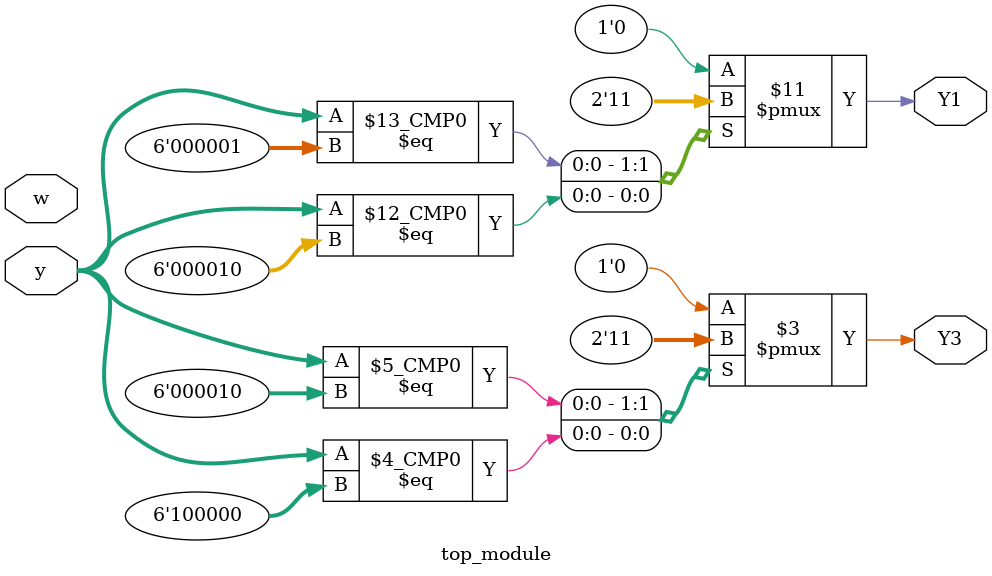
<source format=sv>
module top_module (
	input [5:0] y,
	input w,
	output Y1,
	output Y3
);

  reg Y1;
  reg Y3;

  always @(y)
  begin
    case(y)
      6'b000001: begin
        Y1 = 1'b1;
        Y3 = 1'b0;
      end
      6'b000010: begin
        Y1 = 1'b1;
        Y3 = 1'b1;
      end
      6'b000100: begin
        Y1 = 1'b0;
        Y3 = 1'b0;
      end
      6'b001000: begin
        Y1 = 1'b0;
        Y3 = 1'b0;
      end
      6'b010000: begin
        Y1 = 1'b0;
        Y3 = 1'b0;
      end
      6'b100000: begin
        Y1 = 1'b0;
        Y3 = 1'b1;
      end
      default: begin
        Y1 = 1'b0;
        Y3 = 1'b0;
      end
    endcase
  end

endmodule

</source>
